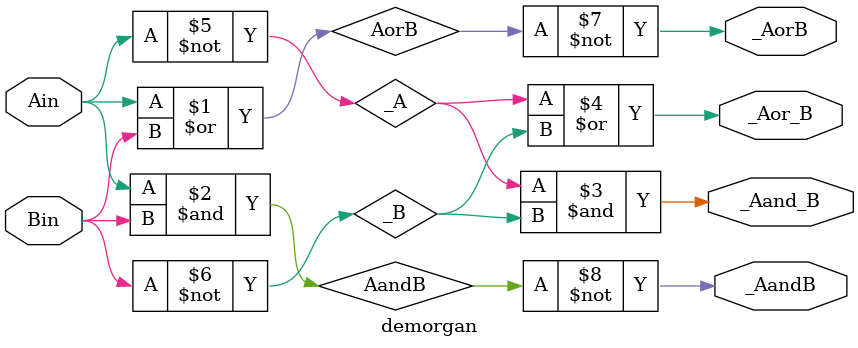
<source format=v>


// [STYLE] Listing inputs and outputs one-per-line like this can be really
// helpful when combined with version control. When you add/remove an I/O,
// it will be immediately obvious in the diff.
module demorgan
(
  input  Ain,       // Single bit inputs, used to generate DeMorgan terms
  input  Bin,
  output _AorB,     // ~(A+B)
  output _Aand_B,   // (~A)*(~B)
  output _AandB,    // ~(A*B)
  output _Aor_B     // (~A)+(~B)
);

  // Compute negated versions of the inputs
  wire _A;    // ~A
  wire _B;    // ~B
  not invA(_A, Ain);
  not invB(_B, Bin);

  // Compute intermediate terms
  wire AorB;     // A+B
  wire AandB;    // A*B
  or or0(AorB, Ain, Bin);
  and and0(AandB, Ain, Bin);

  // Compute DeMorgan terms, which will be the module outputs
  not inv0(_AorB, AorB);
  and and1(_Aand_B, _A, _B);
  not inv1(_AandB, AandB);
  or or1(_Aor_B, _A, _B);

endmodule

</source>
